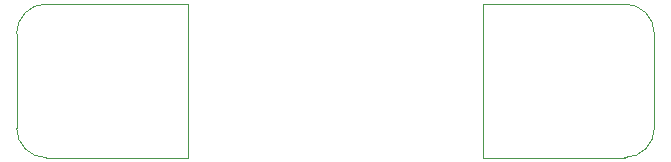
<source format=gbr>
G04 #@! TF.GenerationSoftware,KiCad,Pcbnew,5.0.1*
G04 #@! TF.CreationDate,2018-12-04T10:53:53+13:00*
G04 #@! TF.ProjectId,jake_small,6A616B655F736D616C6C2E6B69636164,rev?*
G04 #@! TF.SameCoordinates,Original*
G04 #@! TF.FileFunction,Glue,Bot*
G04 #@! TF.FilePolarity,Positive*
%FSLAX46Y46*%
G04 Gerber Fmt 4.6, Leading zero omitted, Abs format (unit mm)*
G04 Created by KiCad (PCBNEW 5.0.1) date Tue 04 Dec 2018 10:53:53 NZDT*
%MOMM*%
%LPD*%
G01*
G04 APERTURE LIST*
%ADD10C,0.100000*%
G04 APERTURE END LIST*
D10*
X172000000Y-40500000D02*
G75*
G02X174500000Y-43000000I0J-2500000D01*
G01*
X174500000Y-51000000D02*
G75*
G02X172000000Y-53500000I-2500000J0D01*
G01*
X160000000Y-53500000D02*
X172000000Y-53500000D01*
X172000000Y-40500000D02*
X160000000Y-40500000D01*
X174500000Y-51000000D02*
X174500000Y-43000000D01*
X160000000Y-40500000D02*
X160000000Y-53500000D01*
X120500000Y-43000000D02*
G75*
G02X123000000Y-40500000I2500000J0D01*
G01*
X123000000Y-53500000D02*
G75*
G02X120500000Y-51000000I0J2500000D01*
G01*
X120500000Y-43000000D02*
X120500000Y-51000000D01*
X135000000Y-40500000D02*
X123000000Y-40500000D01*
X135000000Y-53500000D02*
X135000000Y-40500000D01*
X123000000Y-53500000D02*
X135000000Y-53500000D01*
M02*

</source>
